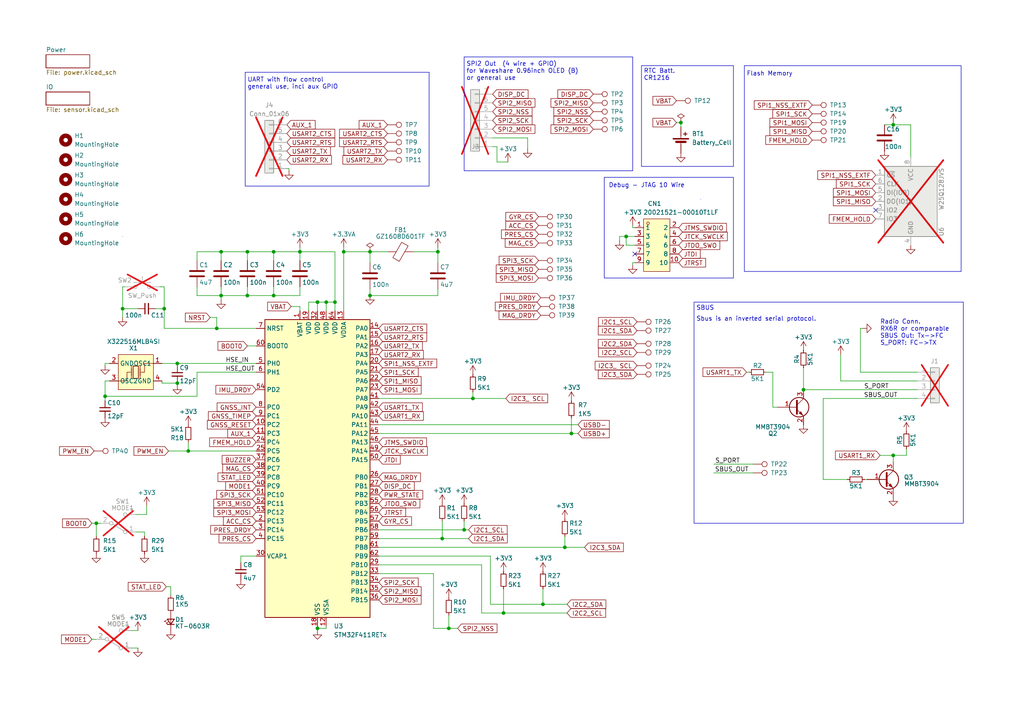
<source format=kicad_sch>
(kicad_sch (version 20230121) (generator eeschema)
  (paper "A4")
  (junction (at 197.485 35.56))
  (junction (at 64.135 85.725))
  (junction (at 233.045 113.03))
  (junction (at 51.435 105.41))
  (junction (at 157.48 175.26))
  (junction (at 92.075 87.63))
  (junction (at 27.94 151.765))
  (junction (at 47.625 89.535))
  (junction (at 107.315 85.725))
  (junction (at 128.27 156.21))
  (junction (at 94.615 87.63))
  (junction (at 35.56 89.535))
  (junction (at 181.61 68.58))
  (junction (at 64.135 73.025))
  (junction (at 259.08 132.08))
  (junction (at 92.075 182.245))
  (junction (at 30.48 114.935))
  (junction (at 62.865 95.25))
  (junction (at 79.375 85.725))
  (junction (at 146.05 177.8))
  (junction (at 71.755 73.025))
  (junction (at 99.695 73.025))
  (junction (at 86.995 73.025))
  (junction (at 79.375 73.025))
  (junction (at 137.16 115.57))
  (junction (at 51.435 111.125))
  (junction (at 130.175 182.245))
  (junction (at 54.61 130.81))
  (junction (at 107.315 73.025))
  (junction (at 163.83 158.75))
  (junction (at 165.735 125.73))
  (junction (at 127 73.025))
  (junction (at 259.08 36.195))
  (junction (at 97.155 87.63))
  (junction (at 71.755 85.725))
  (junction (at 134.62 153.67))
  (no_connect (at 184.15 73.66))
  (no_connect (at 254 60.96))
  (wire (pts (xy 157.48 175.26) (xy 164.465 175.26)))
  (wire (pts (xy 134.62 151.13) (xy 134.62 153.67)))
  (wire (pts (xy 256.54 36.195) (xy 259.08 36.195)))
  (wire (pts (xy 146.685 115.57) (xy 137.16 115.57)))
  (wire (pts (xy 127 73.025) (xy 127 76.2)))
  (wire (pts (xy 47.625 95.25) (xy 62.865 95.25)))
  (wire (pts (xy 30.48 114.935) (xy 30.48 116.205)))
  (wire (pts (xy 132.715 182.245) (xy 130.175 182.245)))
  (wire (pts (xy 26.67 185.42) (xy 27.94 185.42)))
  (wire (pts (xy 264.16 36.195) (xy 259.08 36.195)))
  (wire (pts (xy 54.61 130.81) (xy 74.295 130.81)))
  (wire (pts (xy 84.455 88.9) (xy 86.995 88.9)))
  (wire (pts (xy 42.545 146.685) (xy 42.545 149.225)))
  (wire (pts (xy 86.995 73.025) (xy 97.155 73.025)))
  (wire (pts (xy 107.315 85.725) (xy 127 85.725)))
  (wire (pts (xy 127 85.725) (xy 127 83.82)))
  (wire (pts (xy 64.135 73.025) (xy 71.755 73.025)))
  (wire (pts (xy 54.61 128.27) (xy 54.61 130.81)))
  (wire (pts (xy 238.76 115.57) (xy 266.065 115.57)))
  (wire (pts (xy 169.545 158.75) (xy 163.83 158.75)))
  (wire (pts (xy 125.73 166.37) (xy 109.855 166.37)))
  (wire (pts (xy 183.515 66.04) (xy 184.15 66.04)))
  (wire (pts (xy 139.7 163.83) (xy 109.855 163.83)))
  (wire (pts (xy 30.48 105.41) (xy 30.48 106.045)))
  (wire (pts (xy 41.91 154.305) (xy 39.37 154.305)))
  (wire (pts (xy 216.535 107.95) (xy 217.17 107.95)))
  (wire (pts (xy 165.735 121.285) (xy 165.735 125.73)))
  (wire (pts (xy 137.16 115.57) (xy 109.855 115.57)))
  (wire (pts (xy 139.7 177.8) (xy 146.05 177.8)))
  (wire (pts (xy 86.995 71.755) (xy 86.995 73.025)))
  (wire (pts (xy 109.855 156.21) (xy 128.27 156.21)))
  (polyline (pts (xy 35.56 68.58) (xy 35.56 68.58)))
  (wire (pts (xy 264.16 45.72) (xy 264.16 36.195)))
  (wire (pts (xy 109.855 123.19) (xy 167.64 123.19)))
  (wire (pts (xy 130.175 182.245) (xy 125.73 182.245)))
  (wire (pts (xy 165.735 125.73) (xy 167.64 125.73)))
  (wire (pts (xy 243.84 102.87) (xy 243.84 110.49)))
  (wire (pts (xy 142.24 161.29) (xy 109.855 161.29)))
  (wire (pts (xy 45.085 89.535) (xy 47.625 89.535)))
  (wire (pts (xy 69.85 161.29) (xy 69.85 163.195)))
  (wire (pts (xy 57.15 73.025) (xy 57.15 75.565)))
  (wire (pts (xy 259.08 133.985) (xy 259.08 132.08)))
  (wire (pts (xy 64.135 85.725) (xy 64.135 83.185)))
  (wire (pts (xy 42.545 149.225) (xy 39.37 149.225)))
  (wire (pts (xy 64.135 73.025) (xy 64.135 75.565)))
  (wire (pts (xy 62.865 95.25) (xy 74.295 95.25)))
  (wire (pts (xy 207.01 134.62) (xy 218.44 134.62)))
  (wire (pts (xy 179.705 68.58) (xy 181.61 68.58)))
  (wire (pts (xy 35.56 89.535) (xy 40.005 89.535)))
  (polyline (pts (xy 203.2 57.785) (xy 203.2 57.785)))
  (wire (pts (xy 197.485 35.56) (xy 196.215 35.56)))
  (wire (pts (xy 249.555 95.25) (xy 249.555 107.95)))
  (wire (pts (xy 238.76 139.065) (xy 245.745 139.065)))
  (wire (pts (xy 130.175 178.435) (xy 130.175 182.245)))
  (wire (pts (xy 38.1 182.88) (xy 40.005 182.88)))
  (wire (pts (xy 127 71.755) (xy 127 73.025)))
  (wire (pts (xy 48.895 130.81) (xy 54.61 130.81)))
  (wire (pts (xy 26.67 151.765) (xy 27.94 151.765)))
  (wire (pts (xy 184.15 71.12) (xy 181.61 71.12)))
  (wire (pts (xy 107.315 85.725) (xy 107.315 83.82)))
  (wire (pts (xy 128.27 151.13) (xy 128.27 156.21)))
  (wire (pts (xy 142.875 42.545) (xy 144.145 42.545)))
  (wire (pts (xy 222.25 107.95) (xy 224.155 107.95)))
  (wire (pts (xy 83.185 48.895) (xy 83.82 48.895)))
  (wire (pts (xy 46.355 83.185) (xy 47.625 83.185)))
  (wire (pts (xy 57.15 85.725) (xy 57.15 83.185)))
  (wire (pts (xy 48.26 170.18) (xy 49.53 170.18)))
  (wire (pts (xy 79.375 85.725) (xy 79.375 83.185)))
  (wire (pts (xy 135.89 153.67) (xy 134.62 153.67)))
  (wire (pts (xy 259.08 132.08) (xy 262.89 132.08)))
  (wire (pts (xy 35.56 83.185) (xy 35.56 89.535)))
  (wire (pts (xy 94.615 87.63) (xy 94.615 90.17)))
  (wire (pts (xy 163.83 155.575) (xy 163.83 158.75)))
  (wire (pts (xy 259.08 132.08) (xy 255.27 132.08)))
  (wire (pts (xy 266.065 110.49) (xy 243.84 110.49)))
  (wire (pts (xy 181.61 71.12) (xy 181.61 68.58)))
  (wire (pts (xy 71.755 100.33) (xy 74.295 100.33)))
  (wire (pts (xy 92.075 182.245) (xy 92.075 182.88)))
  (wire (pts (xy 109.855 125.73) (xy 165.735 125.73)))
  (wire (pts (xy 79.375 85.725) (xy 86.995 85.725)))
  (wire (pts (xy 109.855 153.67) (xy 134.62 153.67)))
  (wire (pts (xy 250.825 139.065) (xy 251.46 139.065)))
  (wire (pts (xy 74.295 161.29) (xy 69.85 161.29)))
  (wire (pts (xy 259.08 35.56) (xy 259.08 36.195)))
  (wire (pts (xy 71.755 73.025) (xy 79.375 73.025)))
  (wire (pts (xy 99.695 73.025) (xy 99.695 90.17)))
  (wire (pts (xy 47.625 89.535) (xy 47.625 95.25)))
  (wire (pts (xy 57.15 73.025) (xy 64.135 73.025)))
  (wire (pts (xy 92.075 182.245) (xy 94.615 182.245)))
  (wire (pts (xy 27.94 151.765) (xy 27.94 155.575)))
  (wire (pts (xy 107.315 73.025) (xy 107.315 76.2)))
  (wire (pts (xy 153.035 43.18) (xy 153.035 40.005)))
  (wire (pts (xy 139.7 177.8) (xy 139.7 163.83)))
  (wire (pts (xy 183.515 76.2) (xy 183.515 76.835)))
  (wire (pts (xy 92.075 182.245) (xy 92.075 181.61)))
  (wire (pts (xy 47.625 83.185) (xy 47.625 89.535)))
  (wire (pts (xy 125.73 182.245) (xy 125.73 166.37)))
  (wire (pts (xy 79.375 73.025) (xy 79.375 75.565)))
  (wire (pts (xy 71.755 85.725) (xy 79.375 85.725)))
  (wire (pts (xy 64.135 85.725) (xy 64.135 86.995)))
  (wire (pts (xy 89.535 90.17) (xy 89.535 87.63)))
  (wire (pts (xy 157.48 170.815) (xy 157.48 175.26)))
  (wire (pts (xy 86.995 90.17) (xy 86.995 88.9)))
  (wire (pts (xy 62.865 92.075) (xy 62.865 95.25)))
  (wire (pts (xy 120.015 73.025) (xy 127 73.025)))
  (wire (pts (xy 207.01 137.16) (xy 218.44 137.16)))
  (wire (pts (xy 30.48 114.935) (xy 57.15 114.935)))
  (wire (pts (xy 71.755 73.025) (xy 71.755 75.565)))
  (wire (pts (xy 183.515 65.405) (xy 183.515 66.04)))
  (wire (pts (xy 99.695 71.755) (xy 99.695 73.025)))
  (wire (pts (xy 31.75 105.41) (xy 30.48 105.41)))
  (wire (pts (xy 30.48 114.935) (xy 30.48 110.49)))
  (wire (pts (xy 137.16 113.665) (xy 137.16 115.57)))
  (wire (pts (xy 107.315 73.025) (xy 112.395 73.025)))
  (wire (pts (xy 46.99 111.125) (xy 46.99 110.49)))
  (wire (pts (xy 57.15 107.95) (xy 74.295 107.95)))
  (wire (pts (xy 36.195 83.185) (xy 35.56 83.185)))
  (wire (pts (xy 94.615 87.63) (xy 97.155 87.63)))
  (wire (pts (xy 179.705 69.85) (xy 179.705 68.58)))
  (wire (pts (xy 109.855 158.75) (xy 163.83 158.75)))
  (wire (pts (xy 57.15 107.95) (xy 57.15 114.935)))
  (wire (pts (xy 262.89 132.08) (xy 262.89 130.175)))
  (wire (pts (xy 144.145 42.545) (xy 144.145 46.99)))
  (wire (pts (xy 184.15 76.2) (xy 183.515 76.2)))
  (wire (pts (xy 92.075 87.63) (xy 94.615 87.63)))
  (wire (pts (xy 224.155 118.11) (xy 225.425 118.11)))
  (wire (pts (xy 49.53 170.18) (xy 49.53 172.72)))
  (wire (pts (xy 233.045 113.03) (xy 266.065 113.03)))
  (wire (pts (xy 249.555 95.25) (xy 250.19 95.25)))
  (wire (pts (xy 89.535 87.63) (xy 92.075 87.63)))
  (wire (pts (xy 86.995 73.025) (xy 79.375 73.025)))
  (wire (pts (xy 27.94 151.765) (xy 29.21 151.765)))
  (wire (pts (xy 128.27 156.21) (xy 135.89 156.21)))
  (wire (pts (xy 97.155 87.63) (xy 97.155 90.17)))
  (wire (pts (xy 86.995 85.725) (xy 86.995 83.185)))
  (wire (pts (xy 57.15 85.725) (xy 64.135 85.725)))
  (wire (pts (xy 249.555 107.95) (xy 266.065 107.95)))
  (wire (pts (xy 83.82 48.895) (xy 83.82 49.53)))
  (wire (pts (xy 181.61 68.58) (xy 184.15 68.58)))
  (wire (pts (xy 46.99 105.41) (xy 51.435 105.41)))
  (wire (pts (xy 233.045 106.68) (xy 233.045 113.03)))
  (wire (pts (xy 86.995 73.025) (xy 86.995 75.565)))
  (wire (pts (xy 64.135 85.725) (xy 71.755 85.725)))
  (wire (pts (xy 224.155 107.95) (xy 224.155 118.11)))
  (wire (pts (xy 142.24 161.29) (xy 142.24 175.26)))
  (wire (pts (xy 238.76 115.57) (xy 238.76 139.065)))
  (wire (pts (xy 197.485 36.83) (xy 197.485 35.56)))
  (wire (pts (xy 157.48 175.26) (xy 142.24 175.26)))
  (wire (pts (xy 51.435 111.76) (xy 51.435 111.125)))
  (wire (pts (xy 41.91 155.575) (xy 41.91 154.305)))
  (wire (pts (xy 38.1 187.96) (xy 40.005 187.96)))
  (wire (pts (xy 35.56 92.075) (xy 35.56 89.535)))
  (wire (pts (xy 153.035 40.005) (xy 142.875 40.005)))
  (wire (pts (xy 97.155 73.025) (xy 97.155 87.63)))
  (wire (pts (xy 146.05 170.815) (xy 146.05 177.8)))
  (wire (pts (xy 144.145 46.99) (xy 147.32 46.99)))
  (wire (pts (xy 94.615 182.245) (xy 94.615 181.61)))
  (wire (pts (xy 60.96 92.075) (xy 62.865 92.075)))
  (wire (pts (xy 51.435 106.045) (xy 51.435 105.41)))
  (wire (pts (xy 30.48 110.49) (xy 31.75 110.49)))
  (wire (pts (xy 51.435 105.41) (xy 74.295 105.41)))
  (wire (pts (xy 71.755 85.725) (xy 71.755 83.185)))
  (wire (pts (xy 146.05 177.8) (xy 164.465 177.8)))
  (wire (pts (xy 51.435 111.125) (xy 46.99 111.125)))
  (wire (pts (xy 92.075 87.63) (xy 92.075 90.17)))
  (wire (pts (xy 99.695 73.025) (xy 107.315 73.025)))
  (rectangle (start 215.9 19.05) (end 278.765 78.74))
  (rectangle (start 71.12 20.955) (end 124.46 53.975))
  (rectangle (start 175.26 51.435) (end 212.725 80.645))
  (rectangle (start 186.055 19.05) (end 212.725 48.26))
  (rectangle (start 134.62 16.51) (end 183.515 49.53))
  (rectangle (start 201.295 87.63) (end 279.4 151.765))
  (text "Flash Memory\n" (at 216.535 22.225 0) (effects (font (size 1.27 1.27)) (justify left bottom)))
  (text "UART with flow control\ngeneral use, incl aux GPIO" (at 71.755 26.035 0) (effects (font (size 1.27 1.27)) (justify left bottom)))
  (text "Radio Conn. \nRX6R or comparable\nSBUS Out: Tx->FC\nS_PORT: FC->TX" (at 255.27 100.33 0) (effects (font (size 1.27 1.27)) (justify left bottom)))
  (text "RTC Batt.\nCR1216" (at 186.69 23.495 0) (effects (font (size 1.27 1.27)) (justify left bottom)))
  (text "Sbus is an inverted serial protocol." (at 201.93 93.345 0) (effects (font (size 1.27 1.27)) (justify left bottom)))
  (text "Debug - JTAG 10 Wire" (at 176.53 54.61 0) (effects (font (size 1.27 1.27)) (justify left bottom)))
  (text "SPI2 Out  (4 wire + GPIO)\nfor Waveshare 0.96inch OLED (B)\nor general use" (at 135.255 23.495 0) (effects (font (size 1.27 1.27)) (justify left bottom)))
  (text "SBUS" (at 201.93 90.17 0) (effects (font (size 1.27 1.27)) (justify left bottom)))
  (label "SBUS_OUT" (at 260.35 115.57 180))
  (label "HSE_IN" (at 65.405 105.41 0))
  (label "S_PORT" (at 214.63 134.62 180))
  (label "SBUS_OUT" (at 217.17 137.16 180))
  (label "HSE_OUT" (at 65.405 107.95 0))
  (label "S_PORT" (at 257.81 113.03 180))
  (global_label "JTRST" (shape input) (at 109.855 148.59 0) (property "Intersheetrefs" "${INTERSHEET_REFS}" (effects hide)))
  (global_label "SPI1_NSS_EXTF" (shape input) (at 254 50.8 180) (property "Intersheetrefs" "${INTERSHEET_REFS}" (effects hide)))
  (global_label "SPI2_MOSI" (shape input) (at 109.855 173.99 0) (property "Intersheetrefs" "${INTERSHEET_REFS}" (effects hide)))
  (global_label "SPI1_SCK" (shape input) (at 254 53.34 180) (property "Intersheetrefs" "${INTERSHEET_REFS}" (effects hide)))
  (global_label "NRST" (shape input) (at 60.96 92.075 180) (property "Intersheetrefs" "${INTERSHEET_REFS}" (effects hide)))
  (global_label "BOOT0" (shape input) (at 71.755 100.33 180) (property "Intersheetrefs" "${INTERSHEET_REFS}" (effects hide)))
  (global_label "SPI1_SCK" (shape input) (at 235.585 33.02 180) (property "Intersheetrefs" "${INTERSHEET_REFS}" (effects hide)))
  (global_label "VBAT" (shape input) (at 196.215 29.21 180) (property "Intersheetrefs" "${INTERSHEET_REFS}" (effects hide)))
  (global_label "AUX_1" (shape input) (at 112.395 36.195 180) (property "Intersheetrefs" "${INTERSHEET_REFS}" (effects hide)))
  (global_label "I2C2_SCL" (shape input) (at 164.465 177.8 0) (property "Intersheetrefs" "${INTERSHEET_REFS}" (effects hide)))
  (global_label "BUZZER" (shape input) (at 74.295 133.35 180) (property "Intersheetrefs" "${INTERSHEET_REFS}" (effects hide)))
  (global_label "USART2_RTS" (shape input) (at 109.855 97.79 0) (property "Intersheetrefs" "${INTERSHEET_REFS}" (effects hide)))
  (global_label "STAT_LED" (shape input) (at 74.295 138.43 180) (property "Intersheetrefs" "${INTERSHEET_REFS}" (effects hide)))
  (global_label "USART2_CTS" (shape input) (at 109.855 95.25 0) (property "Intersheetrefs" "${INTERSHEET_REFS}" (effects hide)))
  (global_label "DISP_DC" (shape input) (at 172.085 27.305 180) (property "Intersheetrefs" "${INTERSHEET_REFS}" (effects hide)))
  (global_label "I2C3_ SCL" (shape input) (at 146.685 115.57 0) (property "Intersheetrefs" "${INTERSHEET_REFS}" (effects hide)))
  (global_label "I2C1_SCL" (shape input) (at 184.785 93.345 180) (property "Intersheetrefs" "${INTERSHEET_REFS}" (effects hide)))
  (global_label "MAG_DRDY" (shape input) (at 109.855 138.43 0) (property "Intersheetrefs" "${INTERSHEET_REFS}" (effects hide)))
  (global_label "ACC_CS" (shape input) (at 156.21 65.405 180) (property "Intersheetrefs" "${INTERSHEET_REFS}" (effects hide)))
  (global_label "I2C1_SDA" (shape input) (at 184.785 95.885 180) (property "Intersheetrefs" "${INTERSHEET_REFS}" (effects hide)))
  (global_label "GNSS_RESET" (shape input) (at 74.295 123.19 180) (property "Intersheetrefs" "${INTERSHEET_REFS}" (effects hide)))
  (global_label "SPI2_NSS" (shape input) (at 142.875 32.385 0) (property "Intersheetrefs" "${INTERSHEET_REFS}" (effects hide)))
  (global_label "I2C2_SDA" (shape input) (at 184.785 99.695 180) (property "Intersheetrefs" "${INTERSHEET_REFS}" (effects hide)))
  (global_label "I2C1_SCL" (shape input) (at 135.89 153.67 0) (property "Intersheetrefs" "${INTERSHEET_REFS}" (effects hide)))
  (global_label "USART2_CTS" (shape input) (at 83.185 38.735 0) (property "Intersheetrefs" "${INTERSHEET_REFS}" (effects hide)))
  (global_label "PRES_DRDY" (shape input) (at 74.295 153.67 180) (property "Intersheetrefs" "${INTERSHEET_REFS}" (effects hide)))
  (global_label "USART2_RX" (shape input) (at 112.395 46.355 180) (property "Intersheetrefs" "${INTERSHEET_REFS}" (effects hide)))
  (global_label "BOOT0" (shape input) (at 26.67 151.765 180) (property "Intersheetrefs" "${INTERSHEET_REFS}" (effects hide)))
  (global_label "I2C3_ SCL" (shape input) (at 184.785 106.045 180) (property "Intersheetrefs" "${INTERSHEET_REFS}" (effects hide)))
  (global_label "DISP_DC" (shape input) (at 109.855 140.97 0) (property "Intersheetrefs" "${INTERSHEET_REFS}" (effects hide)))
  (global_label "JTDI" (shape input) (at 109.855 133.35 0) (property "Intersheetrefs" "${INTERSHEET_REFS}" (effects hide)))
  (global_label "IMU_DRDY" (shape input) (at 74.295 113.03 180) (property "Intersheetrefs" "${INTERSHEET_REFS}" (effects hide)))
  (global_label "AUX_1" (shape input) (at 74.295 125.73 180) (property "Intersheetrefs" "${INTERSHEET_REFS}" (effects hide)))
  (global_label "PRES_DRDY" (shape input) (at 156.845 88.9 180) (property "Intersheetrefs" "${INTERSHEET_REFS}" (effects hide)))
  (global_label "I2C3_SDA" (shape input) (at 169.545 158.75 0) (property "Intersheetrefs" "${INTERSHEET_REFS}" (effects hide)))
  (global_label "GNSS_TIMEP" (shape input) (at 74.295 120.65 180) (property "Intersheetrefs" "${INTERSHEET_REFS}" (effects hide)))
  (global_label "USART2_RTS" (shape input) (at 83.185 41.275 0) (property "Intersheetrefs" "${INTERSHEET_REFS}" (effects hide)))
  (global_label "PRES_CS" (shape input) (at 74.295 156.21 180) (property "Intersheetrefs" "${INTERSHEET_REFS}" (effects hide)))
  (global_label "SPI2_MISO" (shape input) (at 142.875 29.845 0) (property "Intersheetrefs" "${INTERSHEET_REFS}" (effects hide)))
  (global_label "SPI1_NSS_EXTF" (shape input) (at 235.585 30.48 180) (property "Intersheetrefs" "${INTERSHEET_REFS}" (effects hide)))
  (global_label "JTCK_SWCLK" (shape input) (at 196.85 68.58 0) (property "Intersheetrefs" "${INTERSHEET_REFS}" (effects hide)))
  (global_label "JTCK_SWCLK" (shape input) (at 109.855 130.81 0) (property "Intersheetrefs" "${INTERSHEET_REFS}" (effects hide)))
  (global_label "MAG_DRDY" (shape input) (at 156.845 91.44 180) (property "Intersheetrefs" "${INTERSHEET_REFS}" (effects hide)))
  (global_label "IMU_DRDY" (shape input) (at 156.845 86.36 180) (property "Intersheetrefs" "${INTERSHEET_REFS}" (effects hide)))
  (global_label "JTMS_SWDIO" (shape input) (at 196.85 66.04 0) (property "Intersheetrefs" "${INTERSHEET_REFS}" (effects hide)))
  (global_label "FMEM_HOLD" (shape input) (at 254 63.5 180) (property "Intersheetrefs" "${INTERSHEET_REFS}" (effects hide)))
  (global_label "USART1_TX" (shape input) (at 109.855 118.11 0) (property "Intersheetrefs" "${INTERSHEET_REFS}" (effects hide)))
  (global_label "GYR_CS" (shape input) (at 156.21 62.865 180) (property "Intersheetrefs" "${INTERSHEET_REFS}" (effects hide)))
  (global_label "SPI3_MOSI" (shape input) (at 74.295 148.59 180) (property "Intersheetrefs" "${INTERSHEET_REFS}" (effects hide)))
  (global_label "SPI2_SCK" (shape input) (at 142.875 34.925 0) (property "Intersheetrefs" "${INTERSHEET_REFS}" (effects hide)))
  (global_label "USART2_TX" (shape input) (at 109.855 100.33 0) (property "Intersheetrefs" "${INTERSHEET_REFS}" (effects hide)))
  (global_label "USART1_RX" (shape input) (at 255.27 132.08 180) (property "Intersheetrefs" "${INTERSHEET_REFS}" (effects hide)))
  (global_label "PWM_EN" (shape input) (at 27.305 130.81 180) (property "Intersheetrefs" "${INTERSHEET_REFS}" (effects hide)))
  (global_label "I2C2_SDA" (shape input) (at 164.465 175.26 0) (property "Intersheetrefs" "${INTERSHEET_REFS}" (effects hide)))
  (global_label "DISP_DC" (shape input) (at 142.875 27.305 0) (property "Intersheetrefs" "${INTERSHEET_REFS}" (effects hide)))
  (global_label "GNSS_INT" (shape input) (at 74.295 118.11 180) (property "Intersheetrefs" "${INTERSHEET_REFS}" (effects hide)))
  (global_label "USART1_TX" (shape input) (at 216.535 107.95 180) (property "Intersheetrefs" "${INTERSHEET_REFS}" (effects hide)))
  (global_label "SPI3_SCK" (shape input) (at 156.21 75.565 180) (property "Intersheetrefs" "${INTERSHEET_REFS}" (effects hide)))
  (global_label "USART2_RTS" (shape input) (at 112.395 41.275 180) (property "Intersheetrefs" "${INTERSHEET_REFS}" (effects hide)))
  (global_label "SPI2_NSS" (shape input) (at 172.085 32.385 180) (property "Intersheetrefs" "${INTERSHEET_REFS}" (effects hide)))
  (global_label "VBAT" (shape input) (at 84.455 88.9 180) (property "Intersheetrefs" "${INTERSHEET_REFS}" (effects hide)))
  (global_label "VBAT" (shape input) (at 196.215 35.56 180) (property "Intersheetrefs" "${INTERSHEET_REFS}" (effects hide)))
  (global_label "SPI3_MOSI" (shape input) (at 156.21 80.645 180) (property "Intersheetrefs" "${INTERSHEET_REFS}" (effects hide)))
  (global_label "JTDI" (shape input) (at 196.85 73.66 0) (property "Intersheetrefs" "${INTERSHEET_REFS}" (effects hide)))
  (global_label "PRES_CS" (shape input) (at 156.21 67.945 180) (property "Intersheetrefs" "${INTERSHEET_REFS}" (effects hide)))
  (global_label "USBD+" (shape input) (at 167.64 125.73 0) (property "Intersheetrefs" "${INTERSHEET_REFS}" (effects hide)))
  (global_label "FMEM_HOLD" (shape input) (at 74.295 128.27 180) (property "Intersheetrefs" "${INTERSHEET_REFS}" (effects hide)))
  (global_label "USART2_RX" (shape input) (at 83.185 46.355 0) (property "Intersheetrefs" "${INTERSHEET_REFS}" (effects hide)))
  (global_label "AUX_1" (shape input) (at 83.185 36.195 0) (property "Intersheetrefs" "${INTERSHEET_REFS}" (effects hide)))
  (global_label "USBD-" (shape input) (at 167.64 123.19 0) (property "Intersheetrefs" "${INTERSHEET_REFS}" (effects hide)))
  (global_label "STAT_LED" (shape input) (at 48.26 170.18 180) (property "Intersheetrefs" "${INTERSHEET_REFS}" (effects hide)))
  (global_label "I2C2_SCL" (shape input) (at 184.785 102.235 180) (property "Intersheetrefs" "${INTERSHEET_REFS}" (effects hide)))
  (global_label "SPI2_MISO" (shape input) (at 109.855 171.45 0) (property "Intersheetrefs" "${INTERSHEET_REFS}" (effects hide)))
  (global_label "USART1_RX" (shape input) (at 109.855 120.65 0) (property "Intersheetrefs" "${INTERSHEET_REFS}" (effects hide)))
  (global_label "GYR_CS" (shape input) (at 109.855 151.13 0) (property "Intersheetrefs" "${INTERSHEET_REFS}" (effects hide)))
  (global_label "SPI2_SCK" (shape input) (at 109.855 168.91 0) (property "Intersheetrefs" "${INTERSHEET_REFS}" (effects hide)))
  (global_label "SPI1_MOSI" (shape input) (at 235.585 35.56 180) (property "Intersheetrefs" "${INTERSHEET_REFS}" (effects hide)))
  (global_label "SPI3_SCK" (shape input) (at 74.295 143.51 180) (property "Intersheetrefs" "${INTERSHEET_REFS}" (effects hide)))
  (global_label "I2C1_SDA" (shape input) (at 135.89 156.21 0) (property "Intersheetrefs" "${INTERSHEET_REFS}" (effects hide)))
  (global_label "JTMS_SWDIO" (shape input) (at 109.855 128.27 0) (property "Intersheetrefs" "${INTERSHEET_REFS}" (effects hide)))
  (global_label "PWR_STATE" (shape input) (at 109.855 143.51 0) (property "Intersheetrefs" "${INTERSHEET_REFS}" (effects hide)))
  (global_label "MAG_CS" (shape input) (at 74.295 135.89 180) (property "Intersheetrefs" "${INTERSHEET_REFS}" (effects hide)))
  (global_label "SPI2_MOSI" (shape input) (at 142.875 37.465 0) (property "Intersheetrefs" "${INTERSHEET_REFS}" (effects hide)))
  (global_label "SPI2_SCK" (shape input) (at 172.085 34.925 180) (property "Intersheetrefs" "${INTERSHEET_REFS}" (effects hide)))
  (global_label "JTDO_SWO" (shape input) (at 109.855 146.05 0) (property "Intersheetrefs" "${INTERSHEET_REFS}" (effects hide)))
  (global_label "MAG_CS" (shape input) (at 156.21 70.485 180) (property "Intersheetrefs" "${INTERSHEET_REFS}" (effects hide)))
  (global_label "SPI1_MISO" (shape input) (at 235.585 38.1 180) (property "Intersheetrefs" "${INTERSHEET_REFS}" (effects hide)))
  (global_label "JTDO_SWO" (shape input) (at 196.85 71.12 0) (property "Intersheetrefs" "${INTERSHEET_REFS}" (effects hide)))
  (global_label "SPI2_NSS" (shape input) (at 132.715 182.245 0) (property "Intersheetrefs" "${INTERSHEET_REFS}" (effects hide)))
  (global_label "MODE1" (shape input) (at 74.295 140.97 180) (property "Intersheetrefs" "${INTERSHEET_REFS}" (effects hide)))
  (global_label "SPI1_MISO" (shape input) (at 254 58.42 180) (property "Intersheetrefs" "${INTERSHEET_REFS}" (effects hide)))
  (global_label "USART2_RX" (shape input) (at 109.855 102.87 0) (property "Intersheetrefs" "${INTERSHEET_REFS}" (effects hide)))
  (global_label "I2C3_SDA" (shape input) (at 184.785 108.585 180) (property "Intersheetrefs" "${INTERSHEET_REFS}" (effects hide)))
  (global_label "SPI1_MOSI" (shape input) (at 254 55.88 180) (property "Intersheetrefs" "${INTERSHEET_REFS}" (effects hide)))
  (global_label "SPI1_MOSI" (shape input) (at 109.855 113.03 0) (property "Intersheetrefs" "${INTERSHEET_REFS}" (effects hide)))
  (global_label "USART2_CTS" (shape input) (at 112.395 38.735 180) (property "Intersheetrefs" "${INTERSHEET_REFS}" (effects hide)))
  (global_label "SPI2_MISO" (shape input) (at 172.085 29.845 180) (property "Intersheetrefs" "${INTERSHEET_REFS}" (effects hide)))
  (global_label "JTRST" (shape input) (at 196.85 76.2 0) (property "Intersheetrefs" "${INTERSHEET_REFS}" (effects hide)))
  (global_label "ACC_CS" (shape input) (at 74.295 151.13 180) (property "Intersheetrefs" "${INTERSHEET_REFS}" (effects hide)))
  (global_label "SPI1_NSS_EXTF" (shape input) (at 109.855 105.41 0) (property "Intersheetrefs" "${INTERSHEET_REFS}" (effects hide)))
  (global_label "SPI1_SCK" (shape input) (at 109.855 107.95 0) (property "Intersheetrefs" "${INTERSHEET_REFS}" (effects hide)))
  (global_label "USART2_TX" (shape input) (at 83.185 43.815 0) (property "Intersheetrefs" "${INTERSHEET_REFS}" (effects hide)))
  (global_label "FMEM_HOLD" (shape input) (at 235.585 40.64 180) (property "Intersheetrefs" "${INTERSHEET_REFS}" (effects hide)))
  (global_label "SPI2_MOSI" (shape input) (at 172.085 37.465 180) (property "Intersheetrefs" "${INTERSHEET_REFS}" (effects hide)))
  (global_label "MODE1" (shape input) (at 26.67 185.42 180) (property "Intersheetrefs" "${INTERSHEET_REFS}" (effects hide)))
  (global_label "USART2_TX" (shape input) (at 112.395 43.815 180) (property "Intersheetrefs" "${INTERSHEET_REFS}" (effects hide)))
  (global_label "PWM_EN" (shape input) (at 48.895 130.81 180) (property "Intersheetrefs" "${INTERSHEET_REFS}" (effects hide)))
  (global_label "SPI1_MISO" (shape input) (at 109.855 110.49 0) (property "Intersheetrefs" "${INTERSHEET_REFS}" (effects hide)))
  (global_label "SPI3_MISO" (shape input) (at 156.21 78.105 180) (property "Intersheetrefs" "${INTERSHEET_REFS}" (effects hide)))
  (global_label "SPI3_MISO" (shape input) (at 74.295 146.05 180) (property "Intersheetrefs" "${INTERSHEET_REFS}" (effects hide)))
  (symbol (lib_id "power:+3V3") (at 54.61 123.19 0) (mirror y) (unit 1)
    (property "Reference" "#PWR034" (effects hide))
    (property "Value" "+3V3" (at 54.61 119.38 0))
  )
  (symbol (lib_id "Switch:SW_Push") (at 41.275 83.185 0) (unit 1) (in_bom no) (dnp yes)
    (property "Reference" "SW2" (at 36.195 81.28 0))
    (property "Value" "SW_Push" (at 41.275 85.725 0))
    (property "Footprint" "Button_Switch_THT:SW_PUSH_6mm" (effects hide))
  )
  (symbol (lib_id "Connector:TestPoint") (at 172.085 29.845 270) (unit 1)
    (property "Reference" "TP3" (at 177.165 29.845 90) (effects (justify left)))
    (property "Value" "TestPoint" (effects hide))
    (property "Footprint" "TestPoint:TestPoint_Pad_D1.0mm" (effects hide))
  )
  (symbol (lib_id "Device:R_Small") (at 49.53 175.26 0) (unit 1)
    (property "Reference" "R6" (at 50.8 173.355 0) (effects (justify left)))
    (property "Value" "1K5" (at 50.8 175.26 0) (effects (justify left)))
    (property "Footprint" "Resistor_SMD:R_0402_1005Metric" (effects hide))
  )
  (symbol (lib_id "power:GND") (at 64.135 86.995 0) (unit 1)
    (property "Reference" "#PWR018" (effects hide))
    (property "Value" "GND" (effects hide))
  )
  (symbol (lib_id "Connector:TestPoint") (at 184.785 102.235 270) (unit 1)
    (property "Reference" "TP29" (at 189.865 102.235 90) (effects (justify left)))
    (property "Value" "TestPoint" (effects hide))
    (property "Footprint" "TestPoint:TestPoint_Pad_D1.0mm" (effects hide))
  )
  (symbol (lib_id "Device:C_Small") (at 51.435 108.585 0) (unit 1)
    (property "Reference" "C9" (at 52.07 106.68 0) (effects (justify left)))
    (property "Value" "12pF" (at 52.07 110.49 0) (effects (justify left)))
    (property "Footprint" "Capacitor_SMD:C_0402_1005Metric" (effects hide))
    (property "LCSC Part" "C1547" (effects hide))
  )
  (symbol (lib_id "power:+3V3") (at 42.545 146.685 0) (mirror y) (unit 1)
    (property "Reference" "#PWR089" (effects hide))
    (property "Value" "+3V3" (at 42.545 142.875 0))
  )
  (symbol (lib_id "power:GND") (at 49.53 182.88 0) (mirror y) (unit 1)
    (property "Reference" "#PWR016" (effects hide))
    (property "Value" "GND" (effects hide))
  )
  (symbol (lib_id "power:+3V3") (at 233.045 101.6 0) (unit 1)
    (property "Reference" "#PWR06" (effects hide))
    (property "Value" "+3V3" (at 233.045 97.79 0))
  )
  (symbol (lib_id "Memory_Flash:W25Q128JVS") (at 264.16 58.42 0) (unit 1) (in_bom no) (dnp yes)
    (property "Reference" "U6" (at 273.05 68.58 90) (effects (justify left)))
    (property "Value" "W25Q128JVS" (at 273.05 60.96 90) (effects (justify left)))
    (property "Footprint" "Package_SO:SOIC-8_5.23x5.23mm_P1.27mm" (effects hide))
    (property "Datasheet" "http://www.winbond.com/resource-files/w25q128jv_dtr%20revc%2003272018%20plus.pdf" (effects hide))
  )
  (symbol (lib_id "Mechanical:MountingHole") (at 19.05 63.5 0) (unit 1) (in_bom no)
    (property "Reference" "H5" (at 21.59 62.23 0) (effects (justify left)))
    (property "Value" "MountingHole" (at 21.59 64.77 0) (effects (justify left)))
    (property "Footprint" "MountingHole:MountingHole_3.2mm_M3" (effects hide))
  )
  (symbol (lib_id "Device:C") (at 71.755 79.375 0) (unit 1)
    (property "Reference" "C3" (at 72.39 76.835 0) (effects (justify left)))
    (property "Value" "100n" (at 72.39 81.915 0) (effects (justify left)))
    (property "Footprint" "Capacitor_SMD:C_0402_1005Metric" (effects hide))
  )
  (symbol (lib_id "power:GND") (at 69.85 168.275 0) (unit 1)
    (property "Reference" "#PWR033" (effects hide))
    (property "Value" "GND" (effects hide))
  )
  (symbol (lib_id "Switch:SW_SPDT") (at 34.29 151.765 0) (mirror x) (unit 1) (in_bom no) (dnp yes)
    (property "Reference" "SW1" (at 35.56 145.415 0))
    (property "Value" "MODE1" (at 35.56 147.32 0))
    (property "Footprint" "Button_Switch_SMD:SW_SPDT_PCM12" (effects hide))
  )
  (symbol (lib_id "Mechanical:MountingHole") (at 19.05 69.215 0) (unit 1) (in_bom no)
    (property "Reference" "H6" (at 21.59 67.945 0) (effects (justify left)))
    (property "Value" "MountingHole" (at 21.59 70.485 0) (effects (justify left)))
    (property "Footprint" "MountingHole:MountingHole_3.2mm_M3" (effects hide))
  )
  (symbol (lib_id "Device:C") (at 64.135 79.375 0) (unit 1)
    (property "Reference" "C2" (at 64.77 76.835 0) (effects (justify left)))
    (property "Value" "100n" (at 64.77 81.915 0) (effects (justify left)))
    (property "Footprint" "Capacitor_SMD:C_0402_1005Metric" (effects hide))
  )
  (symbol (lib_id "Connector:TestPoint") (at 112.395 41.275 270) (unit 1)
    (property "Reference" "TP9" (at 117.475 41.275 90) (effects (justify left)))
    (property "Value" "TestPoint" (effects hide))
    (property "Footprint" "TestPoint:TestPoint_Pad_D1.0mm" (effects hide))
  )
  (symbol (lib_id "Connector:TestPoint") (at 184.785 95.885 270) (unit 1)
    (property "Reference" "TP27" (at 189.865 95.885 90) (effects (justify left)))
    (property "Value" "TestPoint" (effects hide))
    (property "Footprint" "TestPoint:TestPoint_Pad_D1.0mm" (effects hide))
  )
  (symbol (lib_id "Mechanical:MountingHole") (at 19.05 40.64 0) (unit 1) (in_bom no)
    (property "Reference" "H1" (at 21.59 39.37 0) (effects (justify left)))
    (property "Value" "MountingHole" (at 21.59 41.91 0) (effects (justify left)))
    (property "Footprint" "MountingHole:MountingHole_3.2mm_M3" (effects hide))
  )
  (symbol (lib_id "Connector:TestPoint") (at 235.585 35.56 270) (unit 1)
    (property "Reference" "TP19" (at 240.665 35.56 90) (effects (justify left)))
    (property "Value" "TestPoint" (effects hide))
    (property "Footprint" "TestPoint:TestPoint_Pad_D1.0mm" (effects hide))
  )
  (symbol (lib_id "Device:C") (at 256.54 40.005 180) (unit 1)
    (property "Reference" "C16" (at 260.985 37.465 0) (effects (justify left)))
    (property "Value" "100n" (at 261.62 42.545 0) (effects (justify left)))
    (property "Footprint" "Capacitor_SMD:C_0402_1005Metric" (effects hide))
  )
  (symbol (lib_id "power:+3V3") (at 259.08 35.56 0) (unit 1)
    (property "Reference" "#PWR035" (effects hide))
    (property "Value" "+3V3" (at 259.08 31.75 0))
  )
  (symbol (lib_id "power:GND") (at 259.08 144.145 0) (unit 1)
    (property "Reference" "#PWR014" (effects hide))
    (property "Value" "GND" (effects hide))
  )
  (symbol (lib_id "Mechanical:MountingHole") (at 19.05 46.355 0) (unit 1) (in_bom no)
    (property "Reference" "H2" (at 21.59 45.085 0) (effects (justify left)))
    (property "Value" "MountingHole" (at 21.59 47.625 0) (effects (justify left)))
    (property "Footprint" "MountingHole:MountingHole_3.2mm_M3" (effects hide))
  )
  (symbol (lib_id "Connector:TestPoint") (at 172.085 37.465 270) (unit 1)
    (property "Reference" "TP6" (at 177.165 37.465 90) (effects (justify left)))
    (property "Value" "TestPoint" (effects hide))
    (property "Footprint" "TestPoint:TestPoint_Pad_D1.0mm" (effects hide))
  )
  (symbol (lib_id "power:+3V3") (at 130.175 173.355 0) (unit 1)
    (property "Reference" "#PWR047" (effects hide))
    (property "Value" "+3V3" (at 130.175 169.545 0))
  )
  (symbol (lib_id "Device:R_Small") (at 262.89 127.635 180) (unit 1)
    (property "Reference" "R5" (at 260.985 127.635 90))
    (property "Value" "5K1" (at 264.795 127.635 90))
    (property "Footprint" "Resistor_SMD:R_0402_1005Metric" (effects hide))
  )
  (symbol (lib_id "Device:R_Small") (at 165.735 118.745 0) (unit 1)
    (property "Reference" "R7" (at 167.64 117.475 0) (effects (justify left)))
    (property "Value" "1K5" (at 167.64 120.015 0) (effects (justify left)))
    (property "Footprint" "Resistor_SMD:R_0402_1005Metric" (effects hide))
  )
  (symbol (lib_id "Connector:TestPoint") (at 184.785 106.045 270) (unit 1)
    (property "Reference" "TP24" (at 189.865 106.045 90) (effects (justify left)))
    (property "Value" "TestPoint" (effects hide))
    (property "Footprint" "TestPoint:TestPoint_Pad_D1.0mm" (effects hide))
  )
  (symbol (lib_id "Connector:TestPoint") (at 235.585 40.64 270) (unit 1)
    (property "Reference" "TP21" (at 240.665 40.64 90) (effects (justify left)))
    (property "Value" "TestPoint" (effects hide))
    (property "Footprint" "TestPoint:TestPoint_Pad_D1.0mm" (effects hide))
  )
  (symbol (lib_id "Connector:TestPoint") (at 184.785 108.585 270) (unit 1)
    (property "Reference" "TP25" (at 189.865 108.585 90) (effects (justify left)))
    (property "Value" "TestPoint" (effects hide))
    (property "Footprint" "TestPoint:TestPoint_Pad_D1.0mm" (effects hide))
  )
  (symbol (lib_id "power:PWR_FLAG") (at 107.315 73.025 0) (unit 1)
    (property "Reference" "#FLG03" (effects hide))
    (property "Value" "PWR_FLAG" (effects hide))
  )
  (symbol (lib_id "power:+3V3") (at 147.32 46.99 0) (unit 1)
    (property "Reference" "#PWR099" (effects hide))
    (property "Value" "+3V3" (at 147.32 43.18 0))
  )
  (symbol (lib_id "MCU_ST_STM32F4:STM32F411RETx") (at 92.075 135.89 0) (unit 1)
    (property "Reference" "U3" (at 96.8091 181.61 0) (effects (justify left)))
    (property "Value" "STM32F411RETx" (at 96.8091 184.15 0) (effects (justify left)))
    (property "Footprint" "Package_QFP:LQFP-64_10x10mm_P0.5mm" (effects hide))
    (property "Datasheet" "https://www.st.com/resource/en/datasheet/stm32f411re.pdf" (effects hide))
  )
  (symbol (lib_id "Device:R_Small") (at 130.175 175.895 0) (unit 1)
    (property "Reference" "R10" (at 131.445 174.625 0) (effects (justify left)))
    (property "Value" "5K1" (at 131.445 177.165 0) (effects (justify left)))
    (property "Footprint" "Resistor_SMD:R_0402_1005Metric" (effects hide))
  )
  (symbol (lib_id "Device:R_Small") (at 157.48 168.275 0) (unit 1)
    (property "Reference" "R27" (at 158.75 167.005 0) (effects (justify left)))
    (property "Value" "5K1" (at 158.75 169.545 0) (effects (justify left)))
    (property "Footprint" "Resistor_SMD:R_0402_1005Metric" (effects hide))
  )
  (symbol (lib_id "Device:R_Small") (at 219.71 107.95 90) (unit 1)
    (property "Reference" "R2" (at 219.71 106.045 90))
    (property "Value" "5K1" (at 219.71 109.855 90))
    (property "Footprint" "Resistor_SMD:R_0402_1005Metric" (effects hide))
  )
  (symbol (lib_id "power:+3V3") (at 165.735 116.205 0) (unit 1)
    (property "Reference" "#PWR023" (effects hide))
    (property "Value" "+3V3" (at 165.735 112.395 0))
  )
  (symbol (lib_id "power:GND") (at 183.515 76.835 0) (unit 1)
    (property "Reference" "#PWR059" (effects hide))
    (property "Value" "GND" (effects hide))
  )
  (symbol (lib_id "Connector:TestPoint") (at 172.085 32.385 270) (unit 1)
    (property "Reference" "TP4" (at 177.165 32.385 90) (effects (justify left)))
    (property "Value" "TestPoint" (effects hide))
    (property "Footprint" "TestPoint:TestPoint_Pad_D1.0mm" (effects hide))
  )
  (symbol (lib_id "power:GND") (at 197.485 44.45 0) (unit 1)
    (property "Reference" "#PWR024" (effects hide))
    (property "Value" "GND" (effects hide))
  )
  (symbol (lib_id "Device:C_Small") (at 42.545 89.535 90) (unit 1)
    (property "Reference" "C11" (at 45.72 91.44 90))
    (property "Value" "100n" (at 38.735 91.44 90))
    (property "Footprint" "Capacitor_SMD:C_0402_1005Metric" (effects hide))
  )
  (symbol (lib_id "Connector:TestPoint") (at 156.21 75.565 270) (unit 1)
    (property "Reference" "TP34" (at 161.29 75.565 90) (effects (justify left)))
    (property "Value" "TestPoint" (effects hide))
    (property "Footprint" "TestPoint:TestPoint_Pad_D1.0mm" (effects hide))
  )
  (symbol (lib_id "power:+3V3") (at 243.84 102.87 0) (unit 1)
    (property "Reference" "#PWR02" (effects hide))
    (property "Value" "+3V3" (at 243.84 99.06 0))
  )
  (symbol (lib_id "Device:LED_Small") (at 49.53 180.34 90) (unit 1)
    (property "Reference" "D1" (at 50.8 179.705 90) (effects (justify right)))
    (property "Value" "KT-0603R" (at 50.8 181.61 90) (effects (justify right)))
    (property "Footprint" "LED_SMD:LED_0603_1608Metric" (effects hide))
  )
  (symbol (lib_id "Connector:TestPoint") (at 156.845 91.44 270) (unit 1)
    (property "Reference" "TP39" (at 161.925 91.44 90) (effects (justify left)))
    (property "Value" "TestPoint" (effects hide))
    (property "Footprint" "TestPoint:TestPoint_Pad_D1.0mm" (effects hide))
  )
  (symbol (lib_id "Connector_Generic:Conn_01x04") (at 271.145 110.49 0) (unit 1) (dnp yes)
    (property "Reference" "J1" (at 269.875 104.775 0) (effects (justify left)))
    (property "Value" "Conn_01x04" (effects hide))
    (property "Footprint" "Connector_JST:JST_PH_B4B-PH-K_1x04_P2.00mm_Vertical" (effects hide))
  )
  (symbol (lib_id "Switch:SW_SPDT") (at 33.02 185.42 0) (mirror x) (unit 1) (in_bom no) (dnp yes)
    (property "Reference" "SW5" (at 34.29 179.07 0))
    (property "Value" "MODE1" (at 34.29 180.975 0))
    (property "Footprint" "Button_Switch_SMD:SW_SPDT_PCM12" (effects hide))
  )
  (symbol (lib_id "Connector:TestPoint") (at 218.44 137.16 270) (unit 1)
    (property "Reference" "TP23" (at 223.52 137.16 90) (effects (justify left)))
    (property "Value" "TestPoint" (effects hide))
    (property "Footprint" "TestPoint:TestPoint_Pad_D1.0mm" (effects hide))
  )
  (symbol (lib_id "power:+3V3") (at 183.515 65.405 0) (unit 1)
    (property "Reference" "#PWR041" (effects hide))
    (property "Value" "+3V3" (at 183.515 61.595 0))
  )
  (symbol (lib_id "Connector:TestPoint") (at 218.44 134.62 270) (unit 1)
    (property "Reference" "TP22" (at 223.52 134.62 90) (effects (justify left)))
    (property "Value" "TestPoint" (effects hide))
    (property "Footprint" "TestPoint:TestPoint_Pad_D1.0mm" (effects hide))
  )
  (symbol (lib_id "Device:C") (at 79.375 79.375 0) (unit 1)
    (property "Reference" "C4" (at 80.01 76.835 0) (effects (justify left)))
    (property "Value" "100n" (at 80.01 81.915 0) (effects (justify left)))
    (property "Footprint" "Capacitor_SMD:C_0402_1005Metric" (effects hide))
  )
  (symbol (lib_id "Device:C_Small") (at 30.48 118.745 0) (unit 1)
    (property "Reference" "C10" (at 31.115 116.84 0) (effects (justify left)))
    (property "Value" "12pF" (at 31.115 120.65 0) (effects (justify left)))
    (property "Footprint" "Capacitor_SMD:C_0402_1005Metric" (effects hide))
    (property "LCSC Part" "C1547" (effects hide))
  )
  (symbol (lib_id "Device:C_Small") (at 69.85 165.735 0) (unit 1)
    (property "Reference" "C8" (at 70.485 163.83 0) (effects (justify left)))
    (property "Value" "4u7" (at 70.485 167.64 0) (effects (justify left)))
    (property "Footprint" "Capacitor_SMD:C_0603_1608Metric" (effects hide))
  )
  (symbol (lib_id "power:+3V3") (at 127 71.755 0) (unit 1)
    (property "Reference" "#PWR012" (effects hide))
    (property "Value" "+3V3" (at 127 67.945 0))
  )
  (symbol (lib_id "power:+3V3") (at 137.16 108.585 0) (unit 1)
    (property "Reference" "#PWR053" (effects hide))
    (property "Value" "+3V3" (at 137.16 104.775 0))
  )
  (symbol (lib_id "Connector:TestPoint") (at 172.085 27.305 270) (unit 1)
    (property "Reference" "TP2" (at 177.165 27.305 90) (effects (justify left)))
    (property "Value" "TestPoint" (effects hide))
    (property "Footprint" "TestPoint:TestPoint_Pad_D1.0mm" (effects hide))
  )
  (symbol (lib_id "power:+3V3") (at 157.48 165.735 0) (unit 1)
    (property "Reference" "#PWR085" (effects hide))
    (property "Value" "+3V3" (at 157.48 161.925 0))
  )
  (symbol (lib_id "Device:C") (at 127 80.01 0) (unit 1)
    (property "Reference" "C7" (at 127.635 77.47 0) (effects (justify left)))
    (property "Value" "4u7" (at 127.635 82.55 0) (effects (justify left)))
    (property "Footprint" "Capacitor_SMD:C_0603_1608Metric" (effects hide))
  )
  (symbol (lib_id "power:+3.3VA") (at 99.695 71.755 0) (unit 1)
    (property "Reference" "#PWR011" (effects hide))
    (property "Value" "+3.3VA" (at 99.695 67.945 0))
  )
  (symbol (lib_id "power:+3V3") (at 128.27 146.05 0) (unit 1)
    (property "Reference" "#PWR030" (effects hide))
    (property "Value" "+3V3" (at 128.27 142.24 0))
  )
  (symbol (lib_id "Transistor_BJT:MMBT3904") (at 256.54 139.065 0) (unit 1)
    (property "Reference" "Q3" (at 263.525 138.43 0))
    (property "Value" "MMBT3904" (at 267.335 140.335 0))
    (property "Footprint" "Package_TO_SOT_SMD:SOT-23" (effects hide))
    (property "Datasheet" "https://www.onsemi.com/pdf/datasheet/pzt3904-d.pdf" (effects hide))
  )
  (symbol (lib_id "Connector:TestPoint") (at 156.845 86.36 270) (unit 1)
    (property "Reference" "TP37" (at 161.925 86.36 90) (effects (justify left)))
    (property "Value" "TestPoint" (effects hide))
    (property "Footprint" "TestPoint:TestPoint_Pad_D1.0mm" (effects hide))
  )
  (symbol (lib_id "power:GND") (at 107.315 85.725 0) (unit 1)
    (property "Reference" "#PWR017" (effects hide))
    (property "Value" "GND" (effects hide))
  )
  (symbol (lib_id "Device:C") (at 107.315 80.01 0) (unit 1)
    (property "Reference" "C6" (at 107.95 77.47 0) (effects (justify left)))
    (property "Value" "100n" (at 107.95 82.55 0) (effects (justify left)))
    (property "Footprint" "Capacitor_SMD:C_0402_1005Metric" (effects hide))
  )
  (symbol (lib_id "Device:R_Small") (at 163.83 153.035 0) (unit 1)
    (property "Reference" "R12" (at 165.1 151.765 0) (effects (justify left)))
    (property "Value" "5K1" (at 165.1 154.305 0) (effects (justify left)))
    (property "Footprint" "Resistor_SMD:R_0402_1005Metric" (effects hide))
  )
  (symbol (lib_id "power:+3V3") (at 262.89 125.095 0) (unit 1)
    (property "Reference" "#PWR013" (effects hide))
    (property "Value" "+3V3" (at 262.89 121.285 0))
  )
  (symbol (lib_id "Device:R_Small") (at 27.94 158.115 180) (unit 1)
    (property "Reference" "R15" (at 29.845 156.845 0) (effects (justify right)))
    (property "Value" "5K1" (at 29.845 159.385 0) (effects (justify right)))
    (property "Footprint" "Resistor_SMD:R_0402_1005Metric" (effects hide))
  )
  (symbol (lib_id "Connector_Generic:Conn_01x07") (at 137.795 34.925 180) (unit 1) (dnp yes)
    (property "Reference" "J3" (at 139.065 42.545 0) (effects (justify left)))
    (property "Value" "Conn_01x07" (effects hide))
    (property "Footprint" "Connector_JST:JST_PH_B7B-PH-K_1x07_P2.00mm_Vertical" (effects hide))
  )
  (symbol (lib_id "Device:R_Small") (at 41.91 158.115 180) (unit 1)
    (property "Reference" "R29" (at 43.815 156.845 0) (effects (justify right)))
    (property "Value" "5K1" (at 43.815 159.385 0) (effects (justify right)))
    (property "Footprint" "Resistor_SMD:R_0402_1005Metric" (effects hide))
  )
  (symbol (lib_id "Connector:TestPoint") (at 235.585 30.48 270) (unit 1)
    (property "Reference" "TP13" (at 240.665 30.48 90) (effects (justify left)))
    (property "Value" "TestPoint" (effects hide))
    (property "Footprint" "TestPoint:TestPoint_Pad_D1.0mm" (effects hide))
  )
  (symbol (lib_id "Connector:TestPoint") (at 172.085 34.925 270) (unit 1)
    (property "Reference" "TP5" (at 177.165 34.925 90) (effects (justify left)))
    (property "Value" "TestPoint" (effects hide))
    (property "Footprint" "TestPoint:TestPoint_Pad_D1.0mm" (effects hide))
  )
  (symbol (lib_id "ofc_sym:X322516MLB4SI") (at 39.37 107.95 180) (unit 1)
    (property "Reference" "X1" (at 38.735 100.965 0))
    (property "Value" "X322516MLB4SI" (at 38.735 99.06 0))
    (property "Footprint" "ofc_sym:OSC-SMD_4P-L3.2-W2.5-BL" (effects hide))
    (property "Datasheet" "https://lcsc.com/product-detail/SMD-Crystals_YSX321SL-16MHZ-9PF-10PPM-40-85_C13738.html" (effects hide))
    (property "LCSC Part" "C13738" (effects hide))
  )
  (symbol (lib_id "power:GND") (at 83.82 49.53 0) (unit 1)
    (property "Reference" "#PWR0104" (effects hide))
    (property "Value" "GND" (effects hide))
  )
  (symbol (lib_id "Connector:TestPoint") (at 156.21 80.645 270) (unit 1)
    (property "Reference" "TP36" (at 161.29 80.645 90) (effects (justify left)))
    (property "Value" "TestPoint" (effects hide))
    (property "Footprint" "TestPoint:TestPoint_Pad_D1.0mm" (effects hide))
  )
  (symbol (lib_id "Device:R_Small") (at 134.62 148.59 0) (unit 1)
    (property "Reference" "R8" (at 135.89 147.32 0) (effects (justify left)))
    (property "Value" "5K1" (at 135.89 149.86 0) (effects (justify left)))
    (property "Footprint" "Resistor_SMD:R_0402_1005Metric" (effects hide))
  )
  (symbol (lib_id "power:GND") (at 35.56 92.075 0) (unit 1)
    (property "Reference" "#PWR026" (effects hide))
    (property "Value" "GND" (effects hide))
  )
  (symbol (lib_id "Device:C") (at 86.995 79.375 0) (unit 1)
    (property "Reference" "C5" (at 87.63 76.835 0) (effects (justify left)))
    (property "Value" "100n" (at 87.63 81.915 0) (effects (justify left)))
    (property "Footprint" "Capacitor_SMD:C_0402_1005Metric" (effects hide))
  )
  (symbol (lib_id "Connector:TestPoint") (at 112.395 36.195 270) (unit 1)
    (property "Reference" "TP7" (at 117.475 36.195 90) (effects (justify left)))
    (property "Value" "TestPoint" (effects hide))
    (property "Footprint" "TestPoint:TestPoint_Pad_D1.0mm" (effects hide))
  )
  (symbol (lib_id "Device:Battery_Cell") (at 197.485 41.91 0) (unit 1) (in_bom no)
    (property "Reference" "BT1" (at 200.66 38.7985 0) (effects (justify left)))
    (property "Value" "Battery_Cell" (at 200.66 41.3385 0) (effects (justify left)))
    (property "Footprint" "Battery:BatteryHolder_LINX_BAT-HLD-012-SMT" (effects hide))
  )
  (symbol (lib_id "Connector:TestPoint") (at 156.21 70.485 270) (unit 1)
    (property "Reference" "TP33" (at 161.29 70.485 90) (effects (justify left)))
    (property "Value" "TestPoint" (effects hide))
    (property "Footprint" "TestPoint:TestPoint_Pad_D1.0mm" (effects hide))
  )
  (symbol (lib_id "Device:R_Small") (at 248.285 139.065 90) (unit 1)
    (property "Reference" "R3" (at 248.285 137.16 90))
    (property "Value" "5K1" (at 248.285 140.97 90))
    (property "Footprint" "Resistor_SMD:R_0402_1005Metric" (effects hide))
  )
  (symbol (lib_id "Device:R_Small") (at 128.27 148.59 0) (unit 1)
    (property "Reference" "R1" (at 129.54 147.32 0) (effects (justify left)))
    (property "Value" "5K1" (at 129.54 149.86 0) (effects (justify left)))
    (property "Footprint" "Resistor_SMD:R_0402_1005Metric" (effects hide))
  )
  (symbol (lib_id "power:GND") (at 264.16 71.12 0) (unit 1)
    (property "Reference" "#PWR042" (effects hide))
    (property "Value" "GND" (effects hide))
  )
  (symbol (lib_id "Connector:TestPoint") (at 184.785 99.695 270) (unit 1)
    (property "Reference" "TP28" (at 189.865 99.695 90) (effects (justify left)))
    (property "Value" "TestPoint" (effects hide))
    (property "Footprint" "TestPoint:TestPoint_Pad_D1.0mm" (effects hide))
  )
  (symbol (lib_id "Device:R_Small") (at 137.16 111.125 0) (unit 1)
    (property "Reference" "R9" (at 138.43 109.855 0) (effects (justify left)))
    (property "Value" "5K1" (at 138.43 112.395 0) (effects (justify left)))
    (property "Footprint" "Resistor_SMD:R_0402_1005Metric" (effects hide))
  )
  (symbol (lib_id "Device:C") (at 57.15 79.375 0) (unit 1)
    (property "Reference" "C1" (at 57.785 76.835 0) (effects (justify left)))
    (property "Value" "4u7" (at 57.785 81.915 0) (effects (justify left)))
    (property "Footprint" "Capacitor_SMD:C_0603_1608Metric" (effects hide))
  )
  (symbol (lib_id "Device:R_Small") (at 146.05 168.275 0) (unit 1)
    (property "Reference" "R23" (at 147.32 167.005 0) (effects (justify left)))
    (property "Value" "5K1" (at 147.32 169.545 0) (effects (justify left)))
    (property "Footprint" "Resistor_SMD:R_0402_1005Metric" (effects hide))
  )
  (symbol (lib_id "power:GND") (at 27.94 160.655 0) (unit 1)
    (property "Reference" "#PWR083" (effects hide))
    (property "Value" "GND" (effects hide))
  )
  (symbol (lib_id "power:GND") (at 30.48 121.285 0) (unit 1)
    (property "Reference" "#PWR084" (effects hide))
    (property "Value" "GND" (effects hide))
  )
  (symbol (lib_id "Device:R_Small") (at 54.61 125.73 180) (unit 1)
    (property "Reference" "R18" (at 53.34 127 0) (effects (justify left)))
    (property "Value" "5K1" (at 53.34 124.46 0) (effects (justify left)))
    (property "Footprint" "Resistor_SMD:R_0402_1005Metric" (effects hide))
  )
  (symbol (lib_id "Device:FerriteBead") (at 116.205 73.025 90) (unit 1)
    (property "Reference" "FB1" (at 116.205 66.675 90))
    (property "Value" "GZ1608D601TF" (at 116.205 68.58 90))
    (property "Footprint" "Inductor_SMD:L_0603_1608Metric" (effects hide))
  )
  (symbol (lib_id "Connector:TestPoint") (at 196.215 29.21 270) (unit 1)
    (property "Reference" "TP12" (at 201.295 29.21 90) (effects (justify left)))
    (property "Value" "TestPoint" (effects hide))
    (property "Footprint" "TestPoint:TestPoint_Pad_D1.5mm" (effects hide))
  )
  (symbol (lib_id "Mechanical:MountingHole") (at 19.05 52.07 0) (unit 1) (in_bom no)
    (property "Reference" "H3" (at 21.59 50.8 0) (effects (justify left)))
    (property "Value" "MountingHole" (at 21.59 53.34 0) (effects (justify left)))
    (property "Footprint" "MountingHole:MountingHole_3.2mm_M3" (effects hide))
  )
  (symbol (lib_id "Connector:TestPoint") (at 112.395 46.355 270) (unit 1)
    (property "Reference" "TP11" (at 117.475 46.355 90) (effects (justify left)))
    (property "Value" "TestPoint" (effects hide))
    (property "Footprint" "TestPoint:TestPoint_Pad_D1.0mm" (effects hide))
  )
  (symbol (lib_id "power:GND") (at 30.48 106.045 0) (unit 1)
    (property "Reference" "#PWR095" (effects hide))
    (property "Value" "GND" (effects hide))
  )
  (symbol (lib_id "Connector:TestPoint") (at 156.21 67.945 270) (unit 1)
    (property "Reference" "TP32" (at 161.29 67.945 90) (effects (justify left)))
    (property "Value" "TestPoint" (effects hide))
    (property "Footprint" "TestPoint:TestPoint_Pad_D1.0mm" (effects hide))
  )
  (symbol (lib_id "power:GND") (at 51.435 111.76 0) (unit 1)
    (property "Reference" "#PWR027" (effects hide))
    (property "Value" "GND" (effects hide))
  )
  (symbol (lib_id "Mechanical:MountingHole") (at 19.05 57.785 0) (unit 1) (in_bom no)
    (property "Reference" "H4" (at 21.59 56.515 0) (effects (justify left)))
    (property "Value" "MountingHole" (at 21.59 59.055 0) (effects (justify left)))
    (property "Footprint" "MountingHole:MountingHole_3.2mm_M3" (effects hide))
  )
  (symbol (lib_id "power:+3V3") (at 163.83 150.495 0) (unit 1)
    (property "Reference" "#PWR074" (effects hide))
    (property "Value" "+3V3" (at 163.83 146.685 0))
  )
  (symbol (lib_id "Connector:TestPoint") (at 184.785 93.345 270) (unit 1)
    (property "Reference" "TP26" (at 189.865 93.345 90) (effects (justify left)))
    (property "Value" "TestPoint" (effects hide))
    (property "Footprint" "TestPoint:TestPoint_Pad_D1.0mm" (effects hide))
  )
  (symbol (lib_id "Transistor_BJT:MMBT3904") (at 230.505 118.11 0) (unit 1)
    (property "Reference" "Q2" (at 224.155 125.73 0))
    (property "Value" "MMBT3904" (at 224.155 123.825 0))
    (property "Footprint" "Package_TO_SOT_SMD:SOT-23" (effects hide))
    (property "Datasheet" "https://www.onsemi.com/pdf/datasheet/pzt3904-d.pdf" (effects hide))
  )
  (symbol (lib_id "power:+3V3") (at 40.005 182.88 0) (mirror y) (unit 1)
    (property "Reference" "#PWR051" (effects hide))
    (property "Value" "+3V3" (at 40.005 179.07 0))
  )
  (symbol (lib_id "power:+3V3") (at 134.62 146.05 0) (unit 1)
    (property "Reference" "#PWR049" (effects hide))
    (property "Value" "+3V3" (at 134.62 142.24 0))
  )
  (symbol (lib_id "Connector:TestPoint") (at 235.585 38.1 270) (unit 1)
    (property "Reference" "TP20" (at 240.665 38.1 90) (effects (justify left)))
    (property "Value" "TestPoint" (effects hide))
    (property "Footprint" "TestPoint:TestPoint_Pad_D1.0mm" (effects hide))
  )
  (symbol (lib_id "power:GND") (at 256.54 43.815 0) (unit 1)
    (property "Reference" "#PWR038" (effects hide))
    (property "Value" "GND" (effects hide))
  )
  (symbol (lib_id "Connector:TestPoint") (at 27.305 130.81 270) (unit 1)
    (property "Reference" "TP40" (at 32.385 130.81 90) (effects (justify left)))
    (property "Value" "TestPoint" (effects hide))
    (property "Footprint" "TestPoint:TestPoint_Pad_D1.0mm" (effects hide))
  )
  (symbol (lib_id "power:+3V3") (at 86.995 71.755 0) (unit 1)
    (property "Reference" "#PWR010" (effects hide))
    (property "Value" "+3V3" (at 86.995 67.945 0))
  )
  (symbol (lib_id "power:GND") (at 41.91 160.655 0) (unit 1)
    (property "Reference" "#PWR0106" (effects hide))
    (property "Value" "GND" (effects hide))
  )
  (symbol (lib_id "Connector:TestPoint") (at 156.21 78.105 270) (unit 1)
    (property "Reference" "TP35" (at 161.29 78.105 90) (effects (justify left)))
    (property "Value" "TestPoint" (effects hide))
    (property "Footprint" "TestPoint:TestPoint_Pad_D1.0mm" (effects hide))
  )
  (symbol (lib_id "power:+3V3") (at 146.05 165.735 0) (unit 1)
    (property "Reference" "#PWR076" (effects hide))
    (property "Value" "+3V3" (at 146.05 161.925 0))
  )
  (symbol (lib_id "power:GND") (at 179.705 69.85 0) (unit 1)
    (property "Reference" "#PWR045" (effects hide))
    (property "Value" "GND" (effects hide))
  )
  (symbol (lib_id "power:GND") (at 233.045 123.19 0) (unit 1)
    (property "Reference" "#PWR09" (effects hide))
    (property "Value" "GND" (effects hide))
  )
  (symbol (lib_id "Connector:TestPoint") (at 112.395 38.735 270) (unit 1)
    (property "Reference" "TP8" (at 117.475 38.735 90) (effects (justify left)))
    (property "Value" "TestPoint" (effects hide))
    (property "Footprint" "TestPoint:TestPoint_Pad_D1.0mm" (effects hide))
  )
  (symbol (lib_id "Connector:TestPoint") (at 156.21 65.405 270) (unit 1)
    (property "Reference" "TP31" (at 161.29 65.405 90) (effects (justify left)))
    (property "Value" "TestPoint" (effects hide))
    (property "Footprint" "TestPoint:TestPoint_Pad_D1.0mm" (effects hide))
  )
  (symbol (lib_id "power:PWR_FLAG") (at 197.485 35.56 0) (unit 1)
    (property "Reference" "#FLG04" (effects hide))
    (property "Value" "PWR_FLAG" (effects hide))
  )
  (symbol (lib_id "Connector:TestPoint") (at 235.585 33.02 270) (unit 1)
    (property "Reference" "TP14" (at 240.665 33.02 90) (effects (justify left)))
    (property "Value" "TestPoint" (effects hide))
    (property "Footprint" "TestPoint:TestPoint_Pad_D1.0mm" (effects hide))
  )
  (symbol (lib_id "power:GND") (at 250.19 95.25 90) (unit 1)
    (property "Reference" "#PWR01" (effects hide))
    (property "Value" "GND" (effects hide))
  )
  (symbol (lib_id "Device:R_Small") (at 233.045 104.14 180) (unit 1)
    (property "Reference" "R4" (at 231.14 104.14 90))
    (property "Value" "5K1" (at 234.95 104.14 90))
    (property "Footprint" "Resistor_SMD:R_0402_1005Metric" (effects hide))
  )
  (symbol (lib_id "power:GND") (at 40.005 187.96 0) (unit 1)
    (property "Reference" "#PWR052" (effects hide))
    (property "Value" "GND" (effects hide))
  )
  (symbol (lib_id "Connector:TestPoint") (at 112.395 43.815 270) (unit 1)
    (property "Reference" "TP10" (at 117.475 43.815 90) (effects (justify left)))
    (property "Value" "TestPoint" (effects hide))
    (property "Footprint" "TestPoint:TestPoint_Pad_D1.0mm" (effects hide))
  )
  (symbol (lib_id "power:GND") (at 92.075 182.88 0) (unit 1)
    (property "Reference" "#PWR039" (effects hide))
    (property "Value" "GND" (effects hide))
  )
  (symbol (lib_id "Connector:TestPoint") (at 156.845 88.9 270) (unit 1)
    (property "Reference" "TP38" (at 161.925 88.9 90) (effects (justify left)))
    (property "Value" "TestPoint" (effects hide))
    (property "Footprint" "TestPoint:TestPoint_Pad_D1.0mm" (effects hide))
  )
  (symbol (lib_id "ofc_sym:20021521-00010T1LF") (at 190.5 71.12 0) (unit 1)
    (property "Reference" "CN1" (at 189.865 59.055 0))
    (property "Value" "20021521-00010T1LF" (at 197.485 61.595 0))
    (property "Footprint" "ofc_sym:IDC-SMD_10P-P1.27_X1270WVS-2X05B-6TV01" (effects hide))
    (property "LCSC Part" "C2972785" (effects hide))
  )
  (symbol (lib_id "Connector_Generic:Conn_01x06") (at 78.105 43.815 180) (unit 1) (dnp yes)
    (property "Reference" "J4" (at 78.105 30.48 0))
    (property "Value" "Conn_01x06" (at 78.105 33.02 0))
    (property "Footprint" "Connector_JST:JST_PH_B6B-PH-K_1x06_P2.00mm_Vertical" (effects hide))
  )
  (symbol (lib_id "Connector:TestPoint") (at 156.21 62.865 270) (unit 1)
    (property "Reference" "TP30" (at 161.29 62.865 90) (effects (justify left)))
    (property "Value" "TestPoint" (effects hide))
    (property "Footprint" "TestPoint:TestPoint_Pad_D1.0mm" (effects hide))
  )
  (symbol (lib_id "power:GND") (at 153.035 43.18 0) (unit 1)
    (property "Reference" "#PWR0105" (effects hide))
    (property "Value" "GND" (effects hide))
  )
  (sheet (at 13.335 15.875) (size 12.7 3.81) (stroke (width 0.1524))
    (property "Sheetname" "Power" (at 13.335 15.1634 0) (effects (justify left bottom)))
    (property "Sheetfile" "power.kicad_sch" (at 13.335 20.2696 0) (effects (justify left top)))
  )
  (sheet (at 13.335 26.67) (size 12.7 3.81) (stroke (width 0.1524))
    (property "Sheetname" "IO" (at 13.335 25.9584 0) (effects (justify left bottom)))
    (property "Sheetfile" "sensor.kicad_sch" (at 13.335 31.0646 0) (effects (justify left top)))
  )
)
</source>
